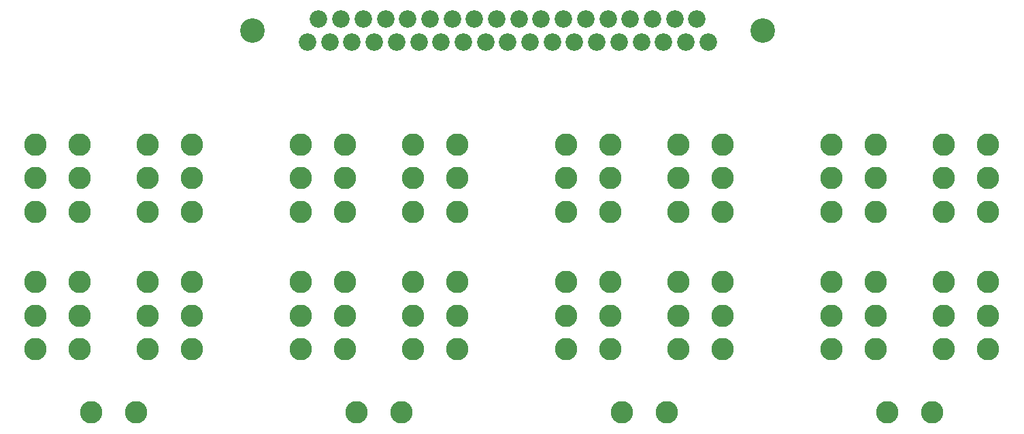
<source format=gbr>
%TF.GenerationSoftware,KiCad,Pcbnew,(5.1.10)-1*%
%TF.CreationDate,2022-01-22T17:59:10-06:00*%
%TF.ProjectId,Voltage_Input_Module,566f6c74-6167-4655-9f49-6e7075745f4d,rev?*%
%TF.SameCoordinates,Original*%
%TF.FileFunction,Soldermask,Bot*%
%TF.FilePolarity,Negative*%
%FSLAX46Y46*%
G04 Gerber Fmt 4.6, Leading zero omitted, Abs format (unit mm)*
G04 Created by KiCad (PCBNEW (5.1.10)-1) date 2022-01-22 17:59:10*
%MOMM*%
%LPD*%
G01*
G04 APERTURE LIST*
%ADD10C,2.794000*%
%ADD11C,2.184400*%
%ADD12C,3.048000*%
G04 APERTURE END LIST*
D10*
%TO.C,J1*%
X64350900Y-57393840D03*
X58839100Y-57393840D03*
X58839100Y-61595000D03*
X58839100Y-65796160D03*
X64350900Y-65796160D03*
X64350900Y-61595000D03*
%TD*%
%TO.C,J17*%
X163410900Y-57393840D03*
X157899100Y-57393840D03*
X157899100Y-61595000D03*
X157899100Y-65796160D03*
X163410900Y-65796160D03*
X163410900Y-61595000D03*
%TD*%
%TO.C,J6*%
X97370900Y-61595000D03*
X97370900Y-65796160D03*
X91859100Y-65796160D03*
X91859100Y-61595000D03*
X91859100Y-57393840D03*
X97370900Y-57393840D03*
%TD*%
%TO.C,J9*%
X77889100Y-82941160D03*
X83400900Y-82941160D03*
X83400900Y-78740000D03*
X83400900Y-74538840D03*
X77889100Y-74538840D03*
X77889100Y-78740000D03*
%TD*%
%TO.C,J4*%
X44869100Y-78740000D03*
X44869100Y-74538840D03*
X50380900Y-74538840D03*
X50380900Y-78740000D03*
X50380900Y-82941160D03*
X44869100Y-82941160D03*
%TD*%
%TO.C,J5*%
X64350900Y-78740000D03*
X64350900Y-82941160D03*
X58839100Y-82941160D03*
X58839100Y-78740000D03*
X58839100Y-74538840D03*
X64350900Y-74538840D03*
%TD*%
%TO.C,J2*%
X44869100Y-65796160D03*
X50380900Y-65796160D03*
X50380900Y-61595000D03*
X50380900Y-57393840D03*
X44869100Y-57393840D03*
X44869100Y-61595000D03*
%TD*%
%TO.C,J7*%
X77889100Y-61595000D03*
X77889100Y-57393840D03*
X83400900Y-57393840D03*
X83400900Y-61595000D03*
X83400900Y-65796160D03*
X77889100Y-65796160D03*
%TD*%
%TO.C,J10*%
X97370900Y-74538840D03*
X91859100Y-74538840D03*
X91859100Y-78740000D03*
X91859100Y-82941160D03*
X97370900Y-82941160D03*
X97370900Y-78740000D03*
%TD*%
%TO.C,J3*%
X57404000Y-90805000D03*
X51816000Y-90805000D03*
%TD*%
%TO.C,J8*%
X84836000Y-90805000D03*
X90424000Y-90805000D03*
%TD*%
D11*
%TO.C,J11*%
X103632000Y-44602400D03*
X106400600Y-44602400D03*
X109169200Y-44602400D03*
X111937800Y-44602400D03*
X114706400Y-44602400D03*
X117475000Y-44602400D03*
X120243600Y-44602400D03*
X123012200Y-44602400D03*
X125780800Y-44602400D03*
X128549400Y-44602400D03*
X95326200Y-44602400D03*
X92557600Y-44602400D03*
X100863400Y-44602400D03*
X98094800Y-44602400D03*
X87020400Y-44602400D03*
X84251800Y-44602400D03*
X78714600Y-44602400D03*
X81483200Y-44602400D03*
X89789000Y-44602400D03*
X127165100Y-41757600D03*
X124396500Y-41757600D03*
X110553500Y-41757600D03*
X116090700Y-41757600D03*
X107784900Y-41757600D03*
X118859300Y-41757600D03*
X121627900Y-41757600D03*
X105016300Y-41757600D03*
X113322100Y-41757600D03*
X93941900Y-41757600D03*
X85636100Y-41757600D03*
X96710500Y-41757600D03*
X80098900Y-41757600D03*
X82867500Y-41757600D03*
X91173300Y-41757600D03*
X99479100Y-41757600D03*
X88404700Y-41757600D03*
X102247700Y-41757600D03*
D12*
X135382000Y-43180000D03*
X71882000Y-43180000D03*
%TD*%
D10*
%TO.C,J12*%
X130390900Y-61595000D03*
X130390900Y-65796160D03*
X124879100Y-65796160D03*
X124879100Y-61595000D03*
X124879100Y-57393840D03*
X130390900Y-57393840D03*
%TD*%
%TO.C,J13*%
X110909100Y-61595000D03*
X110909100Y-57393840D03*
X116420900Y-57393840D03*
X116420900Y-61595000D03*
X116420900Y-65796160D03*
X110909100Y-65796160D03*
%TD*%
%TO.C,J14*%
X117856000Y-90805000D03*
X123444000Y-90805000D03*
%TD*%
%TO.C,J15*%
X110909100Y-82941160D03*
X116420900Y-82941160D03*
X116420900Y-78740000D03*
X116420900Y-74538840D03*
X110909100Y-74538840D03*
X110909100Y-78740000D03*
%TD*%
%TO.C,J16*%
X130390900Y-74538840D03*
X124879100Y-74538840D03*
X124879100Y-78740000D03*
X124879100Y-82941160D03*
X130390900Y-82941160D03*
X130390900Y-78740000D03*
%TD*%
%TO.C,J18*%
X143929100Y-65796160D03*
X149440900Y-65796160D03*
X149440900Y-61595000D03*
X149440900Y-57393840D03*
X143929100Y-57393840D03*
X143929100Y-61595000D03*
%TD*%
%TO.C,J19*%
X156464000Y-90805000D03*
X150876000Y-90805000D03*
%TD*%
%TO.C,J20*%
X143929100Y-78740000D03*
X143929100Y-74538840D03*
X149440900Y-74538840D03*
X149440900Y-78740000D03*
X149440900Y-82941160D03*
X143929100Y-82941160D03*
%TD*%
%TO.C,J21*%
X163410900Y-78740000D03*
X163410900Y-82941160D03*
X157899100Y-82941160D03*
X157899100Y-78740000D03*
X157899100Y-74538840D03*
X163410900Y-74538840D03*
%TD*%
M02*

</source>
